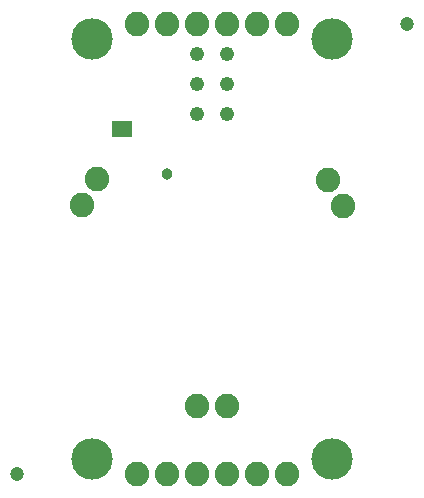
<source format=gbs>
G75*
%MOIN*%
%OFA0B0*%
%FSLAX25Y25*%
%IPPOS*%
%LPD*%
%AMOC8*
5,1,8,0,0,1.08239X$1,22.5*
%
%ADD10C,0.08200*%
%ADD11R,0.03300X0.05800*%
%ADD12C,0.13800*%
%ADD13C,0.04808*%
%ADD14C,0.04737*%
%ADD15C,0.03800*%
D10*
X0173333Y0130000D03*
X0183333Y0130000D03*
X0193333Y0130000D03*
X0203333Y0130000D03*
X0213333Y0130000D03*
X0223333Y0130000D03*
X0203333Y0152500D03*
X0193333Y0152500D03*
X0154833Y0219670D03*
X0159833Y0228330D03*
X0173333Y0280000D03*
X0183333Y0280000D03*
X0193333Y0280000D03*
X0203333Y0280000D03*
X0213333Y0280000D03*
X0223333Y0280000D03*
X0236833Y0227830D03*
X0241833Y0219170D03*
D11*
X0169933Y0245000D03*
X0166733Y0245000D03*
D12*
X0158333Y0275000D03*
X0238333Y0275000D03*
X0238333Y0135000D03*
X0158333Y0135000D03*
D13*
X0193333Y0250000D03*
X0193333Y0260000D03*
X0193333Y0270000D03*
X0203333Y0270000D03*
X0203333Y0260000D03*
X0203333Y0250000D03*
D14*
X0133333Y0130000D03*
X0263333Y0280000D03*
D15*
X0183333Y0230000D03*
M02*

</source>
